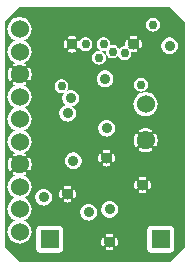
<source format=gbr>
G04 start of page 3 for group 1 idx 1 *
G04 Title: (unknown), ground *
G04 Creator: pcb 1.99z *
G04 CreationDate: Sun 23 Mar 2014 08:21:18 PM GMT UTC *
G04 For: ben *
G04 Format: Gerber/RS-274X *
G04 PCB-Dimensions (mil): 6000.00 5000.00 *
G04 PCB-Coordinate-Origin: lower left *
%MOIN*%
%FSLAX25Y25*%
%LNGROUP1*%
%ADD34C,0.0380*%
%ADD33C,0.0350*%
%ADD32C,0.0130*%
%ADD31C,0.0200*%
%ADD30C,0.0300*%
%ADD29C,0.0360*%
%ADD28C,0.0600*%
%ADD27C,0.0001*%
G54D27*G36*
X194996Y487500D02*X195000D01*
X200000Y482500D01*
Y407500D01*
X195000Y402500D01*
X194996D01*
Y405513D01*
X195235Y405514D01*
X195465Y405569D01*
X195683Y405659D01*
X195884Y405783D01*
X196064Y405936D01*
X196217Y406116D01*
X196341Y406317D01*
X196431Y406535D01*
X196486Y406765D01*
X196500Y407000D01*
X196486Y413235D01*
X196431Y413465D01*
X196341Y413683D01*
X196217Y413884D01*
X196064Y414064D01*
X195884Y414217D01*
X195683Y414341D01*
X195465Y414431D01*
X195235Y414486D01*
X195000Y414500D01*
X194996Y414500D01*
Y471692D01*
X195000Y471691D01*
X195439Y471726D01*
X195868Y471829D01*
X196275Y471997D01*
X196651Y472228D01*
X196986Y472514D01*
X197272Y472849D01*
X197503Y473225D01*
X197671Y473632D01*
X197774Y474061D01*
X197800Y474500D01*
X197774Y474939D01*
X197671Y475368D01*
X197503Y475775D01*
X197272Y476151D01*
X196986Y476486D01*
X196651Y476772D01*
X196275Y477003D01*
X195868Y477171D01*
X195439Y477274D01*
X195000Y477309D01*
X194996Y477308D01*
Y487500D01*
G37*
G36*
Y402500D02*X190284D01*
Y405503D01*
X194996Y405513D01*
Y402500D01*
G37*
G36*
X190284Y487500D02*X194996D01*
Y477308D01*
X194561Y477274D01*
X194132Y477171D01*
X193725Y477003D01*
X193349Y476772D01*
X193014Y476486D01*
X192728Y476151D01*
X192497Y475775D01*
X192329Y475368D01*
X192226Y474939D01*
X192191Y474500D01*
X192226Y474061D01*
X192329Y473632D01*
X192497Y473225D01*
X192728Y472849D01*
X193014Y472514D01*
X193349Y472228D01*
X193725Y471997D01*
X194132Y471829D01*
X194561Y471726D01*
X194996Y471692D01*
Y414500D01*
X190284Y414489D01*
Y440869D01*
X190287Y440870D01*
X190355Y440909D01*
X190416Y440958D01*
X190469Y441017D01*
X190511Y441083D01*
X190674Y441408D01*
X190803Y441748D01*
X190901Y442098D01*
X190967Y442456D01*
X191000Y442818D01*
Y443182D01*
X190967Y443544D01*
X190901Y443902D01*
X190803Y444252D01*
X190674Y444592D01*
X190515Y444919D01*
X190472Y444985D01*
X190419Y445044D01*
X190357Y445094D01*
X190288Y445133D01*
X190284Y445135D01*
Y452703D01*
X190575Y453178D01*
X190816Y453760D01*
X190963Y454372D01*
X191000Y455000D01*
X190963Y455628D01*
X190816Y456240D01*
X190575Y456822D01*
X190284Y457297D01*
Y479335D01*
X190547Y479444D01*
X190856Y479634D01*
X191131Y479869D01*
X191366Y480144D01*
X191556Y480453D01*
X191694Y480787D01*
X191779Y481139D01*
X191800Y481500D01*
X191779Y481861D01*
X191694Y482213D01*
X191556Y482547D01*
X191366Y482856D01*
X191131Y483131D01*
X190856Y483366D01*
X190547Y483556D01*
X190284Y483665D01*
Y487500D01*
G37*
G36*
X188230Y439190D02*X188252Y439197D01*
X188592Y439326D01*
X188919Y439485D01*
X188985Y439528D01*
X189044Y439581D01*
X189094Y439643D01*
X189133Y439712D01*
X189161Y439786D01*
X189177Y439863D01*
X189181Y439942D01*
X189173Y440021D01*
X189152Y440097D01*
X189120Y440170D01*
X189077Y440236D01*
X189024Y440295D01*
X188962Y440344D01*
X188893Y440384D01*
X188819Y440412D01*
X188742Y440428D01*
X188663Y440432D01*
X188584Y440424D01*
X188507Y440403D01*
X188436Y440370D01*
X188230Y440266D01*
Y445735D01*
X188437Y445633D01*
X188509Y445600D01*
X188584Y445579D01*
X188663Y445571D01*
X188741Y445575D01*
X188818Y445591D01*
X188892Y445619D01*
X188960Y445658D01*
X189021Y445707D01*
X189074Y445766D01*
X189117Y445832D01*
X189149Y445904D01*
X189170Y445980D01*
X189178Y446058D01*
X189174Y446136D01*
X189158Y446213D01*
X189130Y446287D01*
X189091Y446355D01*
X189042Y446416D01*
X188983Y446469D01*
X188917Y446511D01*
X188592Y446674D01*
X188252Y446803D01*
X188230Y446810D01*
Y451182D01*
X188240Y451184D01*
X188822Y451425D01*
X189358Y451754D01*
X189837Y452163D01*
X190246Y452642D01*
X190284Y452703D01*
Y445135D01*
X190214Y445161D01*
X190137Y445177D01*
X190058Y445181D01*
X189979Y445173D01*
X189903Y445152D01*
X189830Y445120D01*
X189764Y445077D01*
X189705Y445024D01*
X189656Y444962D01*
X189616Y444893D01*
X189588Y444819D01*
X189572Y444742D01*
X189568Y444663D01*
X189576Y444584D01*
X189597Y444507D01*
X189630Y444436D01*
X189753Y444193D01*
X189850Y443938D01*
X189923Y443676D01*
X189972Y443408D01*
X189997Y443136D01*
Y442864D01*
X189972Y442592D01*
X189923Y442324D01*
X189850Y442062D01*
X189753Y441807D01*
X189633Y441563D01*
X189600Y441491D01*
X189579Y441416D01*
X189571Y441337D01*
X189575Y441259D01*
X189591Y441182D01*
X189619Y441108D01*
X189658Y441040D01*
X189707Y440979D01*
X189766Y440926D01*
X189832Y440883D01*
X189904Y440851D01*
X189980Y440830D01*
X190058Y440822D01*
X190136Y440826D01*
X190213Y440842D01*
X190284Y440869D01*
Y414489D01*
X188765Y414486D01*
X188535Y414431D01*
X188317Y414341D01*
X188230Y414287D01*
Y426714D01*
X188298Y426728D01*
X188371Y426755D01*
X188440Y426794D01*
X188502Y426843D01*
X188555Y426901D01*
X188598Y426966D01*
X188630Y427038D01*
X188706Y427271D01*
X188760Y427511D01*
X188792Y427755D01*
X188803Y428000D01*
X188792Y428245D01*
X188760Y428489D01*
X188706Y428729D01*
X188632Y428963D01*
X188600Y429035D01*
X188556Y429100D01*
X188503Y429159D01*
X188441Y429208D01*
X188372Y429246D01*
X188298Y429274D01*
X188230Y429288D01*
Y439190D01*
G37*
G36*
X190284Y402500D02*X188230D01*
Y405713D01*
X188317Y405659D01*
X188535Y405569D01*
X188765Y405514D01*
X189000Y405500D01*
X190284Y405503D01*
Y402500D01*
G37*
G36*
X188230Y446810D02*X187902Y446901D01*
X187544Y446967D01*
X187182Y447000D01*
X186818D01*
X186456Y446967D01*
X186098Y446901D01*
X185748Y446803D01*
X185496Y446708D01*
Y451293D01*
X185760Y451184D01*
X186372Y451037D01*
X187000Y450988D01*
X187628Y451037D01*
X188230Y451182D01*
Y446810D01*
G37*
G36*
Y440266D02*X188193Y440247D01*
X187938Y440150D01*
X187676Y440077D01*
X187408Y440028D01*
X187136Y440003D01*
X186864D01*
X186592Y440028D01*
X186324Y440077D01*
X186062Y440150D01*
X185807Y440247D01*
X185563Y440367D01*
X185496Y440398D01*
Y445599D01*
X185564Y445630D01*
X185807Y445753D01*
X186062Y445850D01*
X186324Y445923D01*
X186592Y445972D01*
X186864Y445997D01*
X187136D01*
X187408Y445972D01*
X187676Y445923D01*
X187938Y445850D01*
X188193Y445753D01*
X188230Y445735D01*
Y440266D01*
G37*
G36*
Y402500D02*X185496D01*
Y425244D01*
X185511Y425240D01*
X185755Y425208D01*
X186000Y425197D01*
X186245Y425208D01*
X186489Y425240D01*
X186729Y425294D01*
X186963Y425368D01*
X187035Y425400D01*
X187100Y425444D01*
X187159Y425497D01*
X187208Y425559D01*
X187246Y425628D01*
X187274Y425702D01*
X187290Y425779D01*
X187293Y425858D01*
X187284Y425937D01*
X187263Y426013D01*
X187230Y426085D01*
X187186Y426150D01*
X187133Y426209D01*
X187071Y426258D01*
X187002Y426296D01*
X186928Y426324D01*
X186851Y426340D01*
X186772Y426343D01*
X186693Y426334D01*
X186618Y426311D01*
X186468Y426262D01*
X186314Y426228D01*
X186158Y426207D01*
X186000Y426200D01*
X185842Y426207D01*
X185686Y426228D01*
X185532Y426262D01*
X185496Y426273D01*
Y429726D01*
X185532Y429738D01*
X185686Y429772D01*
X185842Y429793D01*
X186000Y429800D01*
X186158Y429793D01*
X186314Y429772D01*
X186468Y429738D01*
X186618Y429690D01*
X186694Y429668D01*
X186772Y429659D01*
X186850Y429662D01*
X186927Y429678D01*
X187001Y429705D01*
X187070Y429744D01*
X187131Y429793D01*
X187185Y429851D01*
X187228Y429916D01*
X187261Y429988D01*
X187282Y430064D01*
X187291Y430142D01*
X187288Y430220D01*
X187272Y430298D01*
X187245Y430371D01*
X187206Y430440D01*
X187157Y430502D01*
X187099Y430555D01*
X187034Y430598D01*
X186962Y430630D01*
X186729Y430706D01*
X186489Y430760D01*
X186245Y430792D01*
X186000Y430803D01*
X185755Y430792D01*
X185511Y430760D01*
X185496Y430756D01*
Y439292D01*
X185748Y439197D01*
X186098Y439099D01*
X186456Y439033D01*
X186818Y439000D01*
X187182D01*
X187544Y439033D01*
X187902Y439099D01*
X188230Y439190D01*
Y429288D01*
X188221Y429290D01*
X188142Y429293D01*
X188063Y429284D01*
X187987Y429263D01*
X187915Y429230D01*
X187850Y429186D01*
X187791Y429133D01*
X187742Y429071D01*
X187704Y429002D01*
X187676Y428928D01*
X187660Y428851D01*
X187657Y428772D01*
X187666Y428693D01*
X187689Y428618D01*
X187738Y428468D01*
X187772Y428314D01*
X187793Y428158D01*
X187800Y428000D01*
X187793Y427842D01*
X187772Y427686D01*
X187738Y427532D01*
X187690Y427382D01*
X187668Y427306D01*
X187659Y427228D01*
X187662Y427150D01*
X187678Y427073D01*
X187705Y426999D01*
X187744Y426930D01*
X187793Y426869D01*
X187851Y426815D01*
X187916Y426772D01*
X187988Y426739D01*
X188064Y426718D01*
X188142Y426709D01*
X188220Y426712D01*
X188230Y426714D01*
Y414287D01*
X188116Y414217D01*
X187936Y414064D01*
X187783Y413884D01*
X187659Y413683D01*
X187569Y413465D01*
X187514Y413235D01*
X187500Y413000D01*
X187514Y406765D01*
X187569Y406535D01*
X187659Y406317D01*
X187783Y406116D01*
X187936Y405936D01*
X188116Y405783D01*
X188230Y405713D01*
Y402500D01*
G37*
G36*
X185496Y487500D02*X190284D01*
Y483665D01*
X190213Y483694D01*
X189861Y483779D01*
X189500Y483807D01*
X189139Y483779D01*
X188787Y483694D01*
X188453Y483556D01*
X188144Y483366D01*
X187869Y483131D01*
X187634Y482856D01*
X187444Y482547D01*
X187306Y482213D01*
X187221Y481861D01*
X187193Y481500D01*
X187221Y481139D01*
X187306Y480787D01*
X187444Y480453D01*
X187634Y480144D01*
X187869Y479869D01*
X188144Y479634D01*
X188453Y479444D01*
X188787Y479306D01*
X189139Y479221D01*
X189500Y479193D01*
X189861Y479221D01*
X190213Y479306D01*
X190284Y479335D01*
Y457297D01*
X190246Y457358D01*
X189837Y457837D01*
X189358Y458246D01*
X188822Y458575D01*
X188240Y458816D01*
X187628Y458963D01*
X187000Y459012D01*
X186372Y458963D01*
X185760Y458816D01*
X185496Y458707D01*
Y459193D01*
X185500Y459193D01*
X185861Y459221D01*
X186213Y459306D01*
X186547Y459444D01*
X186856Y459634D01*
X187131Y459869D01*
X187366Y460144D01*
X187556Y460453D01*
X187694Y460787D01*
X187779Y461139D01*
X187800Y461500D01*
X187779Y461861D01*
X187694Y462213D01*
X187556Y462547D01*
X187366Y462856D01*
X187131Y463131D01*
X186856Y463366D01*
X186547Y463556D01*
X186213Y463694D01*
X185861Y463779D01*
X185500Y463807D01*
X185496Y463807D01*
Y473839D01*
X185502Y473843D01*
X185555Y473901D01*
X185598Y473966D01*
X185630Y474038D01*
X185706Y474271D01*
X185760Y474511D01*
X185792Y474755D01*
X185803Y475000D01*
X185792Y475245D01*
X185760Y475489D01*
X185706Y475729D01*
X185632Y475963D01*
X185600Y476035D01*
X185556Y476100D01*
X185503Y476159D01*
X185496Y476164D01*
Y487500D01*
G37*
G36*
X183716Y452703D02*X183754Y452642D01*
X184163Y452163D01*
X184642Y451754D01*
X185178Y451425D01*
X185496Y451293D01*
Y446708D01*
X185408Y446674D01*
X185081Y446515D01*
X185015Y446472D01*
X184956Y446419D01*
X184906Y446357D01*
X184867Y446288D01*
X184839Y446214D01*
X184823Y446137D01*
X184819Y446058D01*
X184827Y445979D01*
X184848Y445903D01*
X184880Y445830D01*
X184923Y445764D01*
X184976Y445705D01*
X185038Y445656D01*
X185107Y445616D01*
X185181Y445588D01*
X185258Y445572D01*
X185337Y445568D01*
X185416Y445576D01*
X185493Y445597D01*
X185496Y445599D01*
Y440398D01*
X185491Y440400D01*
X185415Y440421D01*
X185337Y440429D01*
X185259Y440425D01*
X185182Y440409D01*
X185108Y440381D01*
X185040Y440342D01*
X184979Y440293D01*
X184926Y440234D01*
X184883Y440168D01*
X184851Y440096D01*
X184830Y440020D01*
X184822Y439942D01*
X184826Y439864D01*
X184842Y439787D01*
X184870Y439713D01*
X184909Y439645D01*
X184958Y439584D01*
X185017Y439531D01*
X185083Y439489D01*
X185408Y439326D01*
X185496Y439292D01*
Y430756D01*
X185271Y430706D01*
X185037Y430632D01*
X184965Y430600D01*
X184900Y430556D01*
X184841Y430503D01*
X184792Y430441D01*
X184754Y430372D01*
X184726Y430298D01*
X184710Y430221D01*
X184707Y430142D01*
X184716Y430063D01*
X184737Y429987D01*
X184770Y429915D01*
X184814Y429850D01*
X184867Y429791D01*
X184929Y429742D01*
X184998Y429704D01*
X185072Y429676D01*
X185149Y429660D01*
X185228Y429657D01*
X185307Y429666D01*
X185382Y429689D01*
X185496Y429726D01*
Y426273D01*
X185382Y426310D01*
X185306Y426332D01*
X185228Y426341D01*
X185150Y426338D01*
X185073Y426322D01*
X184999Y426295D01*
X184930Y426256D01*
X184869Y426207D01*
X184815Y426149D01*
X184772Y426084D01*
X184739Y426012D01*
X184718Y425936D01*
X184709Y425858D01*
X184712Y425780D01*
X184728Y425702D01*
X184755Y425629D01*
X184794Y425560D01*
X184843Y425498D01*
X184901Y425445D01*
X184966Y425402D01*
X185038Y425370D01*
X185271Y425294D01*
X185496Y425244D01*
Y402500D01*
X183716D01*
Y426723D01*
X183779Y426710D01*
X183858Y426707D01*
X183937Y426716D01*
X184013Y426737D01*
X184085Y426770D01*
X184150Y426814D01*
X184209Y426867D01*
X184258Y426929D01*
X184296Y426998D01*
X184324Y427072D01*
X184340Y427149D01*
X184343Y427228D01*
X184334Y427307D01*
X184311Y427382D01*
X184262Y427532D01*
X184228Y427686D01*
X184207Y427842D01*
X184200Y428000D01*
X184207Y428158D01*
X184228Y428314D01*
X184262Y428468D01*
X184310Y428618D01*
X184332Y428694D01*
X184341Y428772D01*
X184338Y428850D01*
X184322Y428927D01*
X184295Y429001D01*
X184256Y429070D01*
X184207Y429131D01*
X184149Y429185D01*
X184084Y429228D01*
X184012Y429261D01*
X183936Y429282D01*
X183858Y429291D01*
X183780Y429288D01*
X183716Y429275D01*
Y440865D01*
X183786Y440839D01*
X183863Y440823D01*
X183942Y440819D01*
X184021Y440827D01*
X184097Y440848D01*
X184170Y440880D01*
X184236Y440923D01*
X184295Y440976D01*
X184344Y441038D01*
X184384Y441107D01*
X184412Y441181D01*
X184428Y441258D01*
X184432Y441337D01*
X184424Y441416D01*
X184403Y441493D01*
X184370Y441564D01*
X184247Y441807D01*
X184150Y442062D01*
X184077Y442324D01*
X184028Y442592D01*
X184003Y442864D01*
Y443136D01*
X184028Y443408D01*
X184077Y443676D01*
X184150Y443938D01*
X184247Y444193D01*
X184367Y444437D01*
X184400Y444509D01*
X184421Y444585D01*
X184429Y444663D01*
X184425Y444741D01*
X184409Y444818D01*
X184381Y444892D01*
X184342Y444960D01*
X184293Y445021D01*
X184234Y445074D01*
X184168Y445117D01*
X184096Y445149D01*
X184020Y445170D01*
X183942Y445178D01*
X183864Y445174D01*
X183787Y445158D01*
X183716Y445131D01*
Y452703D01*
G37*
G36*
Y460047D02*X183869Y459869D01*
X184144Y459634D01*
X184453Y459444D01*
X184787Y459306D01*
X185139Y459221D01*
X185496Y459193D01*
Y458707D01*
X185178Y458575D01*
X184642Y458246D01*
X184163Y457837D01*
X183754Y457358D01*
X183716Y457297D01*
Y460047D01*
G37*
G36*
Y487500D02*X185496D01*
Y476164D01*
X185441Y476208D01*
X185372Y476246D01*
X185298Y476274D01*
X185221Y476290D01*
X185142Y476293D01*
X185063Y476284D01*
X184987Y476263D01*
X184915Y476230D01*
X184850Y476186D01*
X184791Y476133D01*
X184742Y476071D01*
X184704Y476002D01*
X184676Y475928D01*
X184660Y475851D01*
X184657Y475772D01*
X184666Y475693D01*
X184689Y475618D01*
X184738Y475468D01*
X184772Y475314D01*
X184793Y475158D01*
X184800Y475000D01*
X184793Y474842D01*
X184772Y474686D01*
X184738Y474532D01*
X184690Y474382D01*
X184668Y474306D01*
X184659Y474228D01*
X184662Y474150D01*
X184678Y474073D01*
X184705Y473999D01*
X184744Y473930D01*
X184793Y473869D01*
X184851Y473815D01*
X184916Y473772D01*
X184988Y473739D01*
X185064Y473718D01*
X185142Y473709D01*
X185220Y473712D01*
X185298Y473728D01*
X185371Y473755D01*
X185440Y473794D01*
X185496Y473839D01*
Y463807D01*
X185139Y463779D01*
X184787Y463694D01*
X184453Y463556D01*
X184144Y463366D01*
X183869Y463131D01*
X183716Y462953D01*
Y472291D01*
X183729Y472294D01*
X183963Y472368D01*
X184035Y472400D01*
X184100Y472444D01*
X184159Y472497D01*
X184208Y472559D01*
X184246Y472628D01*
X184274Y472702D01*
X184290Y472779D01*
X184293Y472858D01*
X184284Y472937D01*
X184263Y473013D01*
X184230Y473085D01*
X184186Y473150D01*
X184133Y473209D01*
X184071Y473258D01*
X184002Y473296D01*
X183928Y473324D01*
X183851Y473340D01*
X183772Y473343D01*
X183716Y473336D01*
Y476665D01*
X183772Y476659D01*
X183850Y476662D01*
X183927Y476678D01*
X184001Y476705D01*
X184070Y476744D01*
X184131Y476793D01*
X184185Y476851D01*
X184228Y476916D01*
X184261Y476988D01*
X184282Y477064D01*
X184291Y477142D01*
X184288Y477220D01*
X184272Y477298D01*
X184245Y477371D01*
X184206Y477440D01*
X184157Y477502D01*
X184099Y477555D01*
X184034Y477598D01*
X183962Y477630D01*
X183729Y477706D01*
X183716Y477709D01*
Y487500D01*
G37*
G36*
Y462953D02*X183634Y462856D01*
X183444Y462547D01*
X183306Y462213D01*
X183221Y461861D01*
X183193Y461500D01*
X183221Y461139D01*
X183306Y460787D01*
X183444Y460453D01*
X183634Y460144D01*
X183716Y460047D01*
Y457297D01*
X183425Y456822D01*
X183184Y456240D01*
X183037Y455628D01*
X182988Y455000D01*
X183037Y454372D01*
X183184Y453760D01*
X183425Y453178D01*
X183716Y452703D01*
Y445131D01*
X183713Y445130D01*
X183645Y445091D01*
X183584Y445042D01*
X183531Y444983D01*
X183489Y444917D01*
X183326Y444592D01*
X183197Y444252D01*
X183099Y443902D01*
X183033Y443544D01*
X183000Y443182D01*
Y442818D01*
X183033Y442456D01*
X183099Y442098D01*
X183197Y441748D01*
X183326Y441408D01*
X183485Y441081D01*
X183528Y441015D01*
X183581Y440956D01*
X183643Y440906D01*
X183712Y440867D01*
X183716Y440865D01*
Y429275D01*
X183702Y429272D01*
X183629Y429245D01*
X183560Y429206D01*
X183498Y429157D01*
X183445Y429099D01*
X183402Y429034D01*
X183370Y428962D01*
X183294Y428729D01*
X183240Y428489D01*
X183208Y428245D01*
X183197Y428000D01*
X183208Y427755D01*
X183240Y427511D01*
X183294Y427271D01*
X183368Y427037D01*
X183400Y426965D01*
X183444Y426900D01*
X183497Y426841D01*
X183559Y426792D01*
X183628Y426754D01*
X183702Y426726D01*
X183716Y426723D01*
Y402500D01*
X177230D01*
Y407714D01*
X177298Y407728D01*
X177371Y407755D01*
X177440Y407794D01*
X177502Y407843D01*
X177555Y407901D01*
X177598Y407966D01*
X177630Y408038D01*
X177706Y408271D01*
X177760Y408511D01*
X177792Y408755D01*
X177803Y409000D01*
X177792Y409245D01*
X177760Y409489D01*
X177706Y409729D01*
X177632Y409963D01*
X177600Y410035D01*
X177556Y410100D01*
X177503Y410159D01*
X177441Y410208D01*
X177372Y410246D01*
X177298Y410274D01*
X177230Y410288D01*
Y418252D01*
X177272Y418302D01*
X177503Y418678D01*
X177671Y419085D01*
X177774Y419513D01*
X177800Y419953D01*
X177774Y420392D01*
X177671Y420821D01*
X177503Y421228D01*
X177272Y421604D01*
X177230Y421653D01*
Y470556D01*
X177356Y470634D01*
X177631Y470869D01*
X177866Y471143D01*
X177944Y470953D01*
X178134Y470644D01*
X178369Y470369D01*
X178644Y470134D01*
X178953Y469944D01*
X179287Y469806D01*
X179639Y469721D01*
X180000Y469693D01*
X180361Y469721D01*
X180713Y469806D01*
X181047Y469944D01*
X181356Y470134D01*
X181631Y470369D01*
X181866Y470644D01*
X182056Y470953D01*
X182194Y471287D01*
X182279Y471639D01*
X182300Y472000D01*
X182283Y472291D01*
X182511Y472240D01*
X182755Y472208D01*
X183000Y472197D01*
X183245Y472208D01*
X183489Y472240D01*
X183716Y472291D01*
Y462953D01*
G37*
G36*
X177230Y421653D02*X176986Y421939D01*
X176651Y422225D01*
X176275Y422455D01*
X176230Y422474D01*
Y435714D01*
X176298Y435728D01*
X176371Y435755D01*
X176440Y435794D01*
X176502Y435843D01*
X176555Y435901D01*
X176598Y435966D01*
X176630Y436038D01*
X176706Y436271D01*
X176760Y436511D01*
X176792Y436755D01*
X176803Y437000D01*
X176792Y437245D01*
X176760Y437489D01*
X176706Y437729D01*
X176632Y437963D01*
X176600Y438035D01*
X176556Y438100D01*
X176503Y438159D01*
X176441Y438208D01*
X176372Y438246D01*
X176298Y438274D01*
X176230Y438288D01*
Y445300D01*
X176272Y445349D01*
X176503Y445725D01*
X176671Y446132D01*
X176774Y446561D01*
X176800Y447000D01*
X176774Y447439D01*
X176671Y447868D01*
X176503Y448275D01*
X176272Y448651D01*
X176230Y448700D01*
Y462877D01*
X176274Y463061D01*
X176300Y463500D01*
X176274Y463939D01*
X176230Y464123D01*
Y470211D01*
X176361Y470221D01*
X176713Y470306D01*
X177047Y470444D01*
X177230Y470556D01*
Y421653D01*
G37*
G36*
Y402500D02*X176230D01*
Y406599D01*
X176246Y406628D01*
X176274Y406702D01*
X176290Y406779D01*
X176293Y406858D01*
X176284Y406937D01*
X176263Y407013D01*
X176230Y407084D01*
Y410920D01*
X176261Y410988D01*
X176282Y411064D01*
X176291Y411142D01*
X176288Y411220D01*
X176272Y411298D01*
X176245Y411371D01*
X176230Y411398D01*
Y417432D01*
X176275Y417450D01*
X176651Y417681D01*
X176986Y417967D01*
X177230Y418252D01*
Y410288D01*
X177221Y410290D01*
X177142Y410293D01*
X177063Y410284D01*
X176987Y410263D01*
X176915Y410230D01*
X176850Y410186D01*
X176791Y410133D01*
X176742Y410071D01*
X176704Y410002D01*
X176676Y409928D01*
X176660Y409851D01*
X176657Y409772D01*
X176666Y409693D01*
X176689Y409618D01*
X176738Y409468D01*
X176772Y409314D01*
X176793Y409158D01*
X176800Y409000D01*
X176793Y408842D01*
X176772Y408686D01*
X176738Y408532D01*
X176690Y408382D01*
X176668Y408306D01*
X176659Y408228D01*
X176662Y408150D01*
X176678Y408073D01*
X176705Y407999D01*
X176744Y407930D01*
X176793Y407869D01*
X176851Y407815D01*
X176916Y407772D01*
X176988Y407739D01*
X177064Y407718D01*
X177142Y407709D01*
X177220Y407712D01*
X177230Y407714D01*
Y402500D01*
G37*
G36*
X176230Y487500D02*X183716D01*
Y477709D01*
X183489Y477760D01*
X183245Y477792D01*
X183000Y477803D01*
X182755Y477792D01*
X182511Y477760D01*
X182271Y477706D01*
X182037Y477632D01*
X181965Y477600D01*
X181900Y477556D01*
X181841Y477503D01*
X181792Y477441D01*
X181754Y477372D01*
X181726Y477298D01*
X181710Y477221D01*
X181707Y477142D01*
X181716Y477063D01*
X181737Y476987D01*
X181770Y476915D01*
X181814Y476850D01*
X181867Y476791D01*
X181929Y476742D01*
X181998Y476704D01*
X182072Y476676D01*
X182149Y476660D01*
X182228Y476657D01*
X182307Y476666D01*
X182382Y476689D01*
X182532Y476738D01*
X182686Y476772D01*
X182842Y476793D01*
X183000Y476800D01*
X183158Y476793D01*
X183314Y476772D01*
X183468Y476738D01*
X183618Y476690D01*
X183694Y476668D01*
X183716Y476665D01*
Y473336D01*
X183693Y473334D01*
X183618Y473311D01*
X183468Y473262D01*
X183314Y473228D01*
X183158Y473207D01*
X183000Y473200D01*
X182842Y473207D01*
X182686Y473228D01*
X182532Y473262D01*
X182382Y473310D01*
X182306Y473332D01*
X182228Y473341D01*
X182150Y473338D01*
X182073Y473322D01*
X181999Y473295D01*
X181930Y473256D01*
X181929Y473255D01*
X181866Y473356D01*
X181631Y473631D01*
X181356Y473866D01*
X181256Y473928D01*
X181258Y473929D01*
X181296Y473998D01*
X181324Y474072D01*
X181340Y474149D01*
X181343Y474228D01*
X181334Y474307D01*
X181311Y474382D01*
X181262Y474532D01*
X181228Y474686D01*
X181207Y474842D01*
X181200Y475000D01*
X181207Y475158D01*
X181228Y475314D01*
X181262Y475468D01*
X181310Y475618D01*
X181332Y475694D01*
X181341Y475772D01*
X181338Y475850D01*
X181322Y475927D01*
X181295Y476001D01*
X181256Y476070D01*
X181207Y476131D01*
X181149Y476185D01*
X181084Y476228D01*
X181012Y476261D01*
X180936Y476282D01*
X180858Y476291D01*
X180780Y476288D01*
X180702Y476272D01*
X180629Y476245D01*
X180560Y476206D01*
X180498Y476157D01*
X180445Y476099D01*
X180402Y476034D01*
X180370Y475962D01*
X180294Y475729D01*
X180240Y475489D01*
X180208Y475245D01*
X180197Y475000D01*
X180208Y474755D01*
X180240Y474511D01*
X180291Y474284D01*
X180000Y474307D01*
X179639Y474279D01*
X179287Y474194D01*
X178953Y474056D01*
X178644Y473866D01*
X178369Y473631D01*
X178134Y473357D01*
X178056Y473547D01*
X177866Y473856D01*
X177631Y474131D01*
X177356Y474366D01*
X177047Y474556D01*
X176713Y474694D01*
X176361Y474779D01*
X176230Y474789D01*
Y487500D01*
G37*
G36*
Y464123D02*X176171Y464368D01*
X176003Y464775D01*
X175772Y465151D01*
X175486Y465486D01*
X175151Y465772D01*
X174775Y466003D01*
X174368Y466171D01*
X174001Y466259D01*
Y471360D01*
X174134Y471144D01*
X174369Y470869D01*
X174644Y470634D01*
X174953Y470444D01*
X175287Y470306D01*
X175639Y470221D01*
X176000Y470193D01*
X176230Y470211D01*
Y464123D01*
G37*
G36*
Y448700D02*X175986Y448986D01*
X175651Y449272D01*
X175275Y449503D01*
X174868Y449671D01*
X174439Y449774D01*
X174001Y449809D01*
Y460741D01*
X174368Y460829D01*
X174775Y460997D01*
X175151Y461228D01*
X175486Y461514D01*
X175772Y461849D01*
X176003Y462225D01*
X176171Y462632D01*
X176230Y462877D01*
Y448700D01*
G37*
G36*
Y422474D02*X175868Y422624D01*
X175439Y422727D01*
X175000Y422761D01*
X174561Y422727D01*
X174132Y422624D01*
X174001Y422570D01*
Y434197D01*
X174245Y434208D01*
X174489Y434240D01*
X174729Y434294D01*
X174963Y434368D01*
X175035Y434400D01*
X175100Y434444D01*
X175159Y434497D01*
X175208Y434559D01*
X175246Y434628D01*
X175274Y434702D01*
X175290Y434779D01*
X175293Y434858D01*
X175284Y434937D01*
X175263Y435013D01*
X175230Y435085D01*
X175186Y435150D01*
X175133Y435209D01*
X175071Y435258D01*
X175002Y435296D01*
X174928Y435324D01*
X174851Y435340D01*
X174772Y435343D01*
X174693Y435334D01*
X174618Y435311D01*
X174468Y435262D01*
X174314Y435228D01*
X174158Y435207D01*
X174001Y435200D01*
Y438800D01*
X174158Y438793D01*
X174314Y438772D01*
X174468Y438738D01*
X174618Y438690D01*
X174694Y438668D01*
X174772Y438659D01*
X174850Y438662D01*
X174927Y438678D01*
X175001Y438705D01*
X175070Y438744D01*
X175131Y438793D01*
X175185Y438851D01*
X175228Y438916D01*
X175261Y438988D01*
X175282Y439064D01*
X175291Y439142D01*
X175288Y439220D01*
X175272Y439298D01*
X175245Y439371D01*
X175206Y439440D01*
X175157Y439502D01*
X175099Y439555D01*
X175034Y439598D01*
X174962Y439630D01*
X174729Y439706D01*
X174489Y439760D01*
X174245Y439792D01*
X174001Y439803D01*
Y444191D01*
X174439Y444226D01*
X174868Y444329D01*
X175275Y444497D01*
X175651Y444728D01*
X175986Y445014D01*
X176230Y445300D01*
Y438288D01*
X176221Y438290D01*
X176142Y438293D01*
X176063Y438284D01*
X175987Y438263D01*
X175915Y438230D01*
X175850Y438186D01*
X175791Y438133D01*
X175742Y438071D01*
X175704Y438002D01*
X175676Y437928D01*
X175660Y437851D01*
X175657Y437772D01*
X175666Y437693D01*
X175689Y437618D01*
X175738Y437468D01*
X175772Y437314D01*
X175793Y437158D01*
X175800Y437000D01*
X175793Y436842D01*
X175772Y436686D01*
X175738Y436532D01*
X175690Y436382D01*
X175668Y436306D01*
X175659Y436228D01*
X175662Y436150D01*
X175678Y436073D01*
X175705Y435999D01*
X175744Y435930D01*
X175793Y435869D01*
X175851Y435815D01*
X175916Y435772D01*
X175988Y435739D01*
X176064Y435718D01*
X176142Y435709D01*
X176220Y435712D01*
X176230Y435714D01*
Y422474D01*
G37*
G36*
Y411398D02*X176206Y411440D01*
X176157Y411502D01*
X176099Y411555D01*
X176034Y411598D01*
X175962Y411630D01*
X175729Y411706D01*
X175489Y411760D01*
X175245Y411792D01*
X175000Y411803D01*
X174755Y411792D01*
X174511Y411760D01*
X174271Y411706D01*
X174037Y411632D01*
X174001Y411616D01*
Y417336D01*
X174132Y417282D01*
X174561Y417179D01*
X175000Y417144D01*
X175439Y417179D01*
X175868Y417282D01*
X176230Y417432D01*
Y411398D01*
G37*
G36*
Y407084D02*X176230Y407085D01*
X176186Y407150D01*
X176133Y407209D01*
X176071Y407258D01*
X176002Y407296D01*
X175928Y407324D01*
X175851Y407340D01*
X175772Y407343D01*
X175693Y407334D01*
X175618Y407311D01*
X175468Y407262D01*
X175314Y407228D01*
X175158Y407207D01*
X175000Y407200D01*
X174842Y407207D01*
X174686Y407228D01*
X174532Y407262D01*
X174382Y407310D01*
X174306Y407332D01*
X174228Y407341D01*
X174150Y407338D01*
X174073Y407322D01*
X174001Y407296D01*
Y410703D01*
X174072Y410676D01*
X174149Y410660D01*
X174228Y410657D01*
X174307Y410666D01*
X174382Y410689D01*
X174532Y410738D01*
X174686Y410772D01*
X174842Y410793D01*
X175000Y410800D01*
X175158Y410793D01*
X175314Y410772D01*
X175468Y410738D01*
X175618Y410690D01*
X175694Y410668D01*
X175772Y410659D01*
X175850Y410662D01*
X175927Y410678D01*
X176001Y410705D01*
X176070Y410744D01*
X176131Y410793D01*
X176185Y410851D01*
X176228Y410916D01*
X176230Y410920D01*
Y407084D01*
G37*
G36*
Y402500D02*X174001D01*
Y406387D01*
X174038Y406370D01*
X174271Y406294D01*
X174511Y406240D01*
X174755Y406208D01*
X175000Y406197D01*
X175245Y406208D01*
X175489Y406240D01*
X175729Y406294D01*
X175963Y406368D01*
X176035Y406400D01*
X176100Y406444D01*
X176159Y406497D01*
X176208Y406559D01*
X176230Y406599D01*
Y402500D01*
G37*
G36*
X174001Y487500D02*X176230D01*
Y474789D01*
X176000Y474807D01*
X175639Y474779D01*
X175287Y474694D01*
X175282Y474692D01*
X175300Y475000D01*
X175279Y475361D01*
X175194Y475713D01*
X175056Y476047D01*
X174866Y476356D01*
X174631Y476631D01*
X174356Y476866D01*
X174047Y477056D01*
X174001Y477075D01*
Y487500D01*
G37*
G36*
X172770Y418252D02*X173014Y417967D01*
X173349Y417681D01*
X173725Y417450D01*
X174001Y417336D01*
Y411616D01*
X173965Y411600D01*
X173900Y411556D01*
X173841Y411503D01*
X173792Y411441D01*
X173754Y411372D01*
X173726Y411298D01*
X173710Y411221D01*
X173707Y411142D01*
X173716Y411063D01*
X173737Y410987D01*
X173770Y410915D01*
X173814Y410850D01*
X173867Y410791D01*
X173929Y410742D01*
X173998Y410704D01*
X174001Y410703D01*
Y407296D01*
X173999Y407295D01*
X173930Y407256D01*
X173869Y407207D01*
X173815Y407149D01*
X173772Y407084D01*
X173739Y407012D01*
X173718Y406936D01*
X173709Y406858D01*
X173712Y406780D01*
X173728Y406702D01*
X173755Y406629D01*
X173794Y406560D01*
X173843Y406498D01*
X173901Y406445D01*
X173966Y406402D01*
X174001Y406387D01*
Y402500D01*
X172770D01*
Y407712D01*
X172779Y407710D01*
X172858Y407707D01*
X172937Y407716D01*
X173013Y407737D01*
X173085Y407770D01*
X173150Y407814D01*
X173209Y407867D01*
X173258Y407929D01*
X173296Y407998D01*
X173324Y408072D01*
X173340Y408149D01*
X173343Y408228D01*
X173334Y408307D01*
X173311Y408382D01*
X173262Y408532D01*
X173228Y408686D01*
X173207Y408842D01*
X173200Y409000D01*
X173207Y409158D01*
X173228Y409314D01*
X173262Y409468D01*
X173310Y409618D01*
X173332Y409694D01*
X173341Y409772D01*
X173338Y409850D01*
X173322Y409927D01*
X173295Y410001D01*
X173256Y410070D01*
X173207Y410131D01*
X173149Y410185D01*
X173084Y410228D01*
X173012Y410261D01*
X172936Y410282D01*
X172858Y410291D01*
X172780Y410288D01*
X172770Y410286D01*
Y418252D01*
G37*
G36*
Y434602D02*X172794Y434560D01*
X172843Y434498D01*
X172901Y434445D01*
X172966Y434402D01*
X173038Y434370D01*
X173271Y434294D01*
X173511Y434240D01*
X173755Y434208D01*
X174000Y434197D01*
X174001Y434197D01*
Y422570D01*
X173725Y422455D01*
X173349Y422225D01*
X173014Y421939D01*
X172770Y421653D01*
Y434602D01*
G37*
G36*
Y438916D02*X172770Y438915D01*
X172814Y438850D01*
X172867Y438791D01*
X172929Y438742D01*
X172998Y438704D01*
X173072Y438676D01*
X173149Y438660D01*
X173228Y438657D01*
X173307Y438666D01*
X173382Y438689D01*
X173532Y438738D01*
X173686Y438772D01*
X173842Y438793D01*
X174000Y438800D01*
X174001Y438800D01*
Y435200D01*
X174000Y435200D01*
X173842Y435207D01*
X173686Y435228D01*
X173532Y435262D01*
X173382Y435310D01*
X173306Y435332D01*
X173228Y435341D01*
X173150Y435338D01*
X173073Y435322D01*
X172999Y435295D01*
X172930Y435256D01*
X172869Y435207D01*
X172815Y435149D01*
X172772Y435084D01*
X172770Y435080D01*
Y438916D01*
G37*
G36*
Y444479D02*X173132Y444329D01*
X173561Y444226D01*
X174000Y444191D01*
X174001Y444191D01*
Y439803D01*
X174000Y439803D01*
X173755Y439792D01*
X173511Y439760D01*
X173271Y439706D01*
X173037Y439632D01*
X172965Y439600D01*
X172900Y439556D01*
X172841Y439503D01*
X172792Y439441D01*
X172770Y439401D01*
Y444479D01*
G37*
G36*
X171770Y445300D02*X172014Y445014D01*
X172349Y444728D01*
X172725Y444497D01*
X172770Y444479D01*
Y439401D01*
X172754Y439372D01*
X172726Y439298D01*
X172710Y439221D01*
X172707Y439142D01*
X172716Y439063D01*
X172737Y438987D01*
X172770Y438916D01*
Y435080D01*
X172739Y435012D01*
X172718Y434936D01*
X172709Y434858D01*
X172712Y434780D01*
X172728Y434702D01*
X172755Y434629D01*
X172770Y434602D01*
Y421653D01*
X172728Y421604D01*
X172497Y421228D01*
X172329Y420821D01*
X172226Y420392D01*
X172191Y419953D01*
X172226Y419513D01*
X172329Y419085D01*
X172497Y418678D01*
X172728Y418302D01*
X172770Y418252D01*
Y410286D01*
X172702Y410272D01*
X172629Y410245D01*
X172560Y410206D01*
X172498Y410157D01*
X172445Y410099D01*
X172402Y410034D01*
X172370Y409962D01*
X172294Y409729D01*
X172240Y409489D01*
X172208Y409245D01*
X172197Y409000D01*
X172208Y408755D01*
X172240Y408511D01*
X172294Y408271D01*
X172368Y408037D01*
X172400Y407965D01*
X172444Y407900D01*
X172497Y407841D01*
X172559Y407792D01*
X172628Y407754D01*
X172702Y407726D01*
X172770Y407712D01*
Y402500D01*
X171770D01*
Y435712D01*
X171779Y435710D01*
X171858Y435707D01*
X171937Y435716D01*
X172013Y435737D01*
X172085Y435770D01*
X172150Y435814D01*
X172209Y435867D01*
X172258Y435929D01*
X172296Y435998D01*
X172324Y436072D01*
X172340Y436149D01*
X172343Y436228D01*
X172334Y436307D01*
X172311Y436382D01*
X172262Y436532D01*
X172228Y436686D01*
X172207Y436842D01*
X172200Y437000D01*
X172207Y437158D01*
X172228Y437314D01*
X172262Y437468D01*
X172310Y437618D01*
X172332Y437694D01*
X172341Y437772D01*
X172338Y437850D01*
X172322Y437927D01*
X172295Y438001D01*
X172256Y438070D01*
X172207Y438131D01*
X172149Y438185D01*
X172084Y438228D01*
X172012Y438261D01*
X171936Y438282D01*
X171858Y438291D01*
X171780Y438288D01*
X171770Y438286D01*
Y445300D01*
G37*
G36*
Y461295D02*X171849Y461228D01*
X172225Y460997D01*
X172632Y460829D01*
X173061Y460726D01*
X173500Y460691D01*
X173939Y460726D01*
X174001Y460741D01*
Y449809D01*
X174000Y449809D01*
X173561Y449774D01*
X173132Y449671D01*
X172725Y449503D01*
X172349Y449272D01*
X172014Y448986D01*
X171770Y448700D01*
Y461295D01*
G37*
G36*
Y473056D02*X171953Y472944D01*
X172287Y472806D01*
X172639Y472721D01*
X173000Y472693D01*
X173361Y472721D01*
X173713Y472806D01*
X173717Y472808D01*
X173693Y472500D01*
X173721Y472139D01*
X173806Y471787D01*
X173944Y471453D01*
X174001Y471360D01*
Y466259D01*
X173939Y466274D01*
X173500Y466309D01*
X173061Y466274D01*
X172632Y466171D01*
X172225Y466003D01*
X171849Y465772D01*
X171770Y465705D01*
Y468214D01*
X171861Y468221D01*
X172213Y468306D01*
X172547Y468444D01*
X172856Y468634D01*
X173131Y468869D01*
X173366Y469144D01*
X173556Y469453D01*
X173694Y469787D01*
X173779Y470139D01*
X173800Y470500D01*
X173779Y470861D01*
X173694Y471213D01*
X173556Y471547D01*
X173366Y471856D01*
X173131Y472131D01*
X172856Y472366D01*
X172547Y472556D01*
X172213Y472694D01*
X171861Y472779D01*
X171770Y472786D01*
Y473056D01*
G37*
G36*
Y487500D02*X174001D01*
Y477075D01*
X173713Y477194D01*
X173361Y477279D01*
X173000Y477307D01*
X172639Y477279D01*
X172287Y477194D01*
X171953Y477056D01*
X171770Y476944D01*
Y487500D01*
G37*
G36*
X167996D02*X171770D01*
Y476944D01*
X171644Y476866D01*
X171369Y476631D01*
X171134Y476356D01*
X170944Y476047D01*
X170806Y475713D01*
X170721Y475361D01*
X170693Y475000D01*
X170721Y474639D01*
X170806Y474287D01*
X170944Y473953D01*
X171134Y473644D01*
X171369Y473369D01*
X171644Y473134D01*
X171770Y473056D01*
Y472786D01*
X171500Y472807D01*
X171139Y472779D01*
X170787Y472694D01*
X170453Y472556D01*
X170144Y472366D01*
X169869Y472131D01*
X169634Y471856D01*
X169444Y471547D01*
X169306Y471213D01*
X169221Y470861D01*
X169193Y470500D01*
X169221Y470139D01*
X169306Y469787D01*
X169444Y469453D01*
X169634Y469144D01*
X169869Y468869D01*
X170144Y468634D01*
X170453Y468444D01*
X170787Y468306D01*
X171139Y468221D01*
X171500Y468193D01*
X171770Y468214D01*
Y465705D01*
X171514Y465486D01*
X171228Y465151D01*
X170997Y464775D01*
X170829Y464368D01*
X170726Y463939D01*
X170691Y463500D01*
X170726Y463061D01*
X170829Y462632D01*
X170997Y462225D01*
X171228Y461849D01*
X171514Y461514D01*
X171770Y461295D01*
Y448700D01*
X171728Y448651D01*
X171497Y448275D01*
X171329Y447868D01*
X171226Y447439D01*
X171191Y447000D01*
X171226Y446561D01*
X171329Y446132D01*
X171497Y445725D01*
X171728Y445349D01*
X171770Y445300D01*
Y438286D01*
X171702Y438272D01*
X171629Y438245D01*
X171560Y438206D01*
X171498Y438157D01*
X171445Y438099D01*
X171402Y438034D01*
X171370Y437962D01*
X171294Y437729D01*
X171240Y437489D01*
X171208Y437245D01*
X171197Y437000D01*
X171208Y436755D01*
X171240Y436511D01*
X171294Y436271D01*
X171368Y436037D01*
X171400Y435965D01*
X171444Y435900D01*
X171497Y435841D01*
X171559Y435792D01*
X171628Y435754D01*
X171702Y435726D01*
X171770Y435712D01*
Y402500D01*
X167996D01*
Y416192D01*
X168000Y416191D01*
X168439Y416226D01*
X168868Y416329D01*
X169275Y416497D01*
X169651Y416728D01*
X169986Y417014D01*
X170272Y417349D01*
X170503Y417725D01*
X170671Y418132D01*
X170774Y418561D01*
X170800Y419000D01*
X170774Y419439D01*
X170671Y419868D01*
X170503Y420275D01*
X170272Y420651D01*
X169986Y420986D01*
X169651Y421272D01*
X169275Y421503D01*
X168868Y421671D01*
X168439Y421774D01*
X168000Y421809D01*
X167996Y421808D01*
Y472923D01*
X168047Y472944D01*
X168356Y473134D01*
X168631Y473369D01*
X168866Y473644D01*
X169056Y473953D01*
X169194Y474287D01*
X169279Y474639D01*
X169300Y475000D01*
X169279Y475361D01*
X169194Y475713D01*
X169056Y476047D01*
X168866Y476356D01*
X168631Y476631D01*
X168356Y476866D01*
X168047Y477056D01*
X167996Y477077D01*
Y487500D01*
G37*
G36*
X163230D02*X167996D01*
Y477077D01*
X167713Y477194D01*
X167361Y477279D01*
X167000Y477307D01*
X166639Y477279D01*
X166287Y477194D01*
X165953Y477056D01*
X165644Y476866D01*
X165369Y476631D01*
X165134Y476356D01*
X165009Y476152D01*
X165003Y476159D01*
X164941Y476208D01*
X164872Y476246D01*
X164798Y476274D01*
X164721Y476290D01*
X164642Y476293D01*
X164563Y476284D01*
X164487Y476263D01*
X164415Y476230D01*
X164350Y476186D01*
X164291Y476133D01*
X164242Y476071D01*
X164204Y476002D01*
X164176Y475928D01*
X164160Y475851D01*
X164157Y475772D01*
X164166Y475693D01*
X164189Y475618D01*
X164238Y475468D01*
X164272Y475314D01*
X164293Y475158D01*
X164300Y475000D01*
X164293Y474842D01*
X164272Y474686D01*
X164238Y474532D01*
X164190Y474382D01*
X164168Y474306D01*
X164159Y474228D01*
X164162Y474150D01*
X164178Y474073D01*
X164205Y473999D01*
X164244Y473930D01*
X164293Y473869D01*
X164351Y473815D01*
X164416Y473772D01*
X164488Y473739D01*
X164564Y473718D01*
X164642Y473709D01*
X164720Y473712D01*
X164798Y473728D01*
X164871Y473755D01*
X164940Y473794D01*
X165002Y473843D01*
X165008Y473849D01*
X165134Y473644D01*
X165369Y473369D01*
X165644Y473134D01*
X165953Y472944D01*
X166287Y472806D01*
X166639Y472721D01*
X167000Y472693D01*
X167361Y472721D01*
X167713Y472806D01*
X167996Y472923D01*
Y421808D01*
X167561Y421774D01*
X167132Y421671D01*
X166725Y421503D01*
X166349Y421272D01*
X166014Y420986D01*
X165728Y420651D01*
X165497Y420275D01*
X165329Y419868D01*
X165226Y419439D01*
X165191Y419000D01*
X165226Y418561D01*
X165329Y418132D01*
X165497Y417725D01*
X165728Y417349D01*
X166014Y417014D01*
X166349Y416728D01*
X166725Y416497D01*
X167132Y416329D01*
X167561Y416226D01*
X167996Y416192D01*
Y402500D01*
X163230D01*
Y423714D01*
X163298Y423728D01*
X163371Y423755D01*
X163440Y423794D01*
X163502Y423843D01*
X163555Y423901D01*
X163598Y423966D01*
X163630Y424038D01*
X163706Y424271D01*
X163760Y424511D01*
X163792Y424755D01*
X163803Y425000D01*
X163792Y425245D01*
X163760Y425489D01*
X163706Y425729D01*
X163632Y425963D01*
X163600Y426035D01*
X163556Y426100D01*
X163503Y426159D01*
X163441Y426208D01*
X163372Y426246D01*
X163298Y426274D01*
X163230Y426288D01*
Y433359D01*
X163376Y433370D01*
X163805Y433473D01*
X164212Y433642D01*
X164588Y433872D01*
X164923Y434158D01*
X165209Y434494D01*
X165440Y434869D01*
X165608Y435277D01*
X165711Y435705D01*
X165737Y436144D01*
X165711Y436584D01*
X165608Y437012D01*
X165440Y437420D01*
X165209Y437795D01*
X164923Y438130D01*
X164588Y438417D01*
X164212Y438647D01*
X163805Y438816D01*
X163376Y438919D01*
X163230Y438930D01*
Y450300D01*
X163272Y450349D01*
X163503Y450725D01*
X163671Y451132D01*
X163774Y451561D01*
X163800Y452000D01*
X163774Y452439D01*
X163671Y452868D01*
X163503Y453275D01*
X163272Y453651D01*
X163230Y453700D01*
Y454479D01*
X163275Y454497D01*
X163651Y454728D01*
X163986Y455014D01*
X164272Y455349D01*
X164503Y455725D01*
X164671Y456132D01*
X164774Y456561D01*
X164800Y457000D01*
X164774Y457439D01*
X164671Y457868D01*
X164503Y458275D01*
X164272Y458651D01*
X163986Y458986D01*
X163651Y459272D01*
X163275Y459503D01*
X163230Y459521D01*
Y472294D01*
X163463Y472368D01*
X163535Y472400D01*
X163600Y472444D01*
X163659Y472497D01*
X163708Y472559D01*
X163746Y472628D01*
X163774Y472702D01*
X163790Y472779D01*
X163793Y472858D01*
X163784Y472937D01*
X163763Y473013D01*
X163730Y473085D01*
X163686Y473150D01*
X163633Y473209D01*
X163571Y473258D01*
X163502Y473296D01*
X163428Y473324D01*
X163351Y473340D01*
X163272Y473343D01*
X163230Y473338D01*
Y476664D01*
X163272Y476659D01*
X163350Y476662D01*
X163427Y476678D01*
X163501Y476705D01*
X163570Y476744D01*
X163631Y476793D01*
X163685Y476851D01*
X163728Y476916D01*
X163761Y476988D01*
X163782Y477064D01*
X163791Y477142D01*
X163788Y477220D01*
X163772Y477298D01*
X163745Y477371D01*
X163706Y477440D01*
X163657Y477502D01*
X163599Y477555D01*
X163534Y477598D01*
X163462Y477630D01*
X163230Y477706D01*
Y487500D01*
G37*
G36*
Y453700D02*X162986Y453986D01*
X162651Y454272D01*
X162646Y454275D01*
X162868Y454329D01*
X163230Y454479D01*
Y453700D01*
G37*
G36*
Y438930D02*X162937Y438953D01*
X162498Y438919D01*
X162069Y438816D01*
X161662Y438647D01*
X161286Y438417D01*
X161001Y438173D01*
Y449191D01*
X161439Y449226D01*
X161868Y449329D01*
X162275Y449497D01*
X162651Y449728D01*
X162986Y450014D01*
X163230Y450300D01*
Y438930D01*
G37*
G36*
Y402500D02*X161001D01*
Y422197D01*
X161245Y422208D01*
X161489Y422240D01*
X161729Y422294D01*
X161963Y422368D01*
X162035Y422400D01*
X162100Y422444D01*
X162159Y422497D01*
X162208Y422559D01*
X162246Y422628D01*
X162274Y422702D01*
X162290Y422779D01*
X162293Y422858D01*
X162284Y422937D01*
X162263Y423013D01*
X162230Y423085D01*
X162186Y423150D01*
X162133Y423209D01*
X162071Y423258D01*
X162002Y423296D01*
X161928Y423324D01*
X161851Y423340D01*
X161772Y423343D01*
X161693Y423334D01*
X161618Y423311D01*
X161468Y423262D01*
X161314Y423228D01*
X161158Y423207D01*
X161001Y423200D01*
Y426800D01*
X161158Y426793D01*
X161314Y426772D01*
X161468Y426738D01*
X161618Y426690D01*
X161694Y426668D01*
X161772Y426659D01*
X161850Y426662D01*
X161927Y426678D01*
X162001Y426705D01*
X162070Y426744D01*
X162131Y426793D01*
X162185Y426851D01*
X162228Y426916D01*
X162261Y426988D01*
X162282Y427064D01*
X162291Y427142D01*
X162288Y427220D01*
X162272Y427298D01*
X162245Y427371D01*
X162206Y427440D01*
X162157Y427502D01*
X162099Y427555D01*
X162034Y427598D01*
X161962Y427630D01*
X161729Y427706D01*
X161489Y427760D01*
X161245Y427792D01*
X161001Y427803D01*
Y434116D01*
X161286Y433872D01*
X161662Y433642D01*
X162069Y433473D01*
X162498Y433370D01*
X162937Y433336D01*
X163230Y433359D01*
Y426288D01*
X163221Y426290D01*
X163142Y426293D01*
X163063Y426284D01*
X162987Y426263D01*
X162915Y426230D01*
X162850Y426186D01*
X162791Y426133D01*
X162742Y426071D01*
X162704Y426002D01*
X162676Y425928D01*
X162660Y425851D01*
X162657Y425772D01*
X162666Y425693D01*
X162689Y425618D01*
X162738Y425468D01*
X162772Y425314D01*
X162793Y425158D01*
X162800Y425000D01*
X162793Y424842D01*
X162772Y424686D01*
X162738Y424532D01*
X162690Y424382D01*
X162668Y424306D01*
X162659Y424228D01*
X162662Y424150D01*
X162678Y424073D01*
X162705Y423999D01*
X162744Y423930D01*
X162793Y423869D01*
X162851Y423815D01*
X162916Y423772D01*
X162988Y423739D01*
X163064Y423718D01*
X163142Y423709D01*
X163220Y423712D01*
X163230Y423714D01*
Y402500D01*
G37*
G36*
X161001Y487500D02*X163230D01*
Y477706D01*
X163229Y477706D01*
X162989Y477760D01*
X162745Y477792D01*
X162500Y477803D01*
X162255Y477792D01*
X162011Y477760D01*
X161771Y477706D01*
X161537Y477632D01*
X161465Y477600D01*
X161400Y477556D01*
X161341Y477503D01*
X161292Y477441D01*
X161254Y477372D01*
X161226Y477298D01*
X161210Y477221D01*
X161207Y477142D01*
X161216Y477063D01*
X161237Y476987D01*
X161270Y476915D01*
X161314Y476850D01*
X161367Y476791D01*
X161429Y476742D01*
X161498Y476704D01*
X161572Y476676D01*
X161649Y476660D01*
X161728Y476657D01*
X161807Y476666D01*
X161882Y476689D01*
X162032Y476738D01*
X162186Y476772D01*
X162342Y476793D01*
X162500Y476800D01*
X162658Y476793D01*
X162814Y476772D01*
X162968Y476738D01*
X163118Y476690D01*
X163194Y476668D01*
X163230Y476664D01*
Y473338D01*
X163193Y473334D01*
X163118Y473311D01*
X162968Y473262D01*
X162814Y473228D01*
X162658Y473207D01*
X162500Y473200D01*
X162342Y473207D01*
X162186Y473228D01*
X162032Y473262D01*
X161882Y473310D01*
X161806Y473332D01*
X161728Y473341D01*
X161650Y473338D01*
X161573Y473322D01*
X161499Y473295D01*
X161430Y473256D01*
X161369Y473207D01*
X161315Y473149D01*
X161272Y473084D01*
X161239Y473012D01*
X161218Y472936D01*
X161209Y472858D01*
X161212Y472780D01*
X161228Y472702D01*
X161255Y472629D01*
X161294Y472560D01*
X161343Y472498D01*
X161401Y472445D01*
X161466Y472402D01*
X161538Y472370D01*
X161771Y472294D01*
X162011Y472240D01*
X162255Y472208D01*
X162500Y472197D01*
X162745Y472208D01*
X162989Y472240D01*
X163229Y472294D01*
X163230Y472294D01*
Y459521D01*
X162868Y459671D01*
X162439Y459774D01*
X162000Y459809D01*
X161561Y459774D01*
X161132Y459671D01*
X161001Y459617D01*
Y459863D01*
X161056Y459953D01*
X161194Y460287D01*
X161279Y460639D01*
X161300Y461000D01*
X161279Y461361D01*
X161194Y461713D01*
X161056Y462047D01*
X161001Y462137D01*
Y487500D01*
G37*
G36*
Y459617D02*X160757Y459516D01*
X160866Y459644D01*
X161001Y459863D01*
Y459617D01*
G37*
G36*
X158770Y450300D02*X159014Y450014D01*
X159349Y449728D01*
X159725Y449497D01*
X160132Y449329D01*
X160561Y449226D01*
X161000Y449191D01*
X161001Y449191D01*
Y438173D01*
X160951Y438130D01*
X160665Y437795D01*
X160434Y437420D01*
X160266Y437012D01*
X160163Y436584D01*
X160128Y436144D01*
X160163Y435705D01*
X160266Y435277D01*
X160434Y434869D01*
X160665Y434494D01*
X160951Y434158D01*
X161001Y434116D01*
Y427803D01*
X161000Y427803D01*
X160755Y427792D01*
X160511Y427760D01*
X160271Y427706D01*
X160037Y427632D01*
X159965Y427600D01*
X159900Y427556D01*
X159841Y427503D01*
X159792Y427441D01*
X159754Y427372D01*
X159726Y427298D01*
X159710Y427221D01*
X159707Y427142D01*
X159716Y427063D01*
X159737Y426987D01*
X159770Y426915D01*
X159814Y426850D01*
X159867Y426791D01*
X159929Y426742D01*
X159998Y426704D01*
X160072Y426676D01*
X160149Y426660D01*
X160228Y426657D01*
X160307Y426666D01*
X160382Y426689D01*
X160532Y426738D01*
X160686Y426772D01*
X160842Y426793D01*
X161000Y426800D01*
X161001Y426800D01*
Y423200D01*
X161000Y423200D01*
X160842Y423207D01*
X160686Y423228D01*
X160532Y423262D01*
X160382Y423310D01*
X160306Y423332D01*
X160228Y423341D01*
X160150Y423338D01*
X160073Y423322D01*
X159999Y423295D01*
X159930Y423256D01*
X159869Y423207D01*
X159815Y423149D01*
X159772Y423084D01*
X159739Y423012D01*
X159718Y422936D01*
X159709Y422858D01*
X159712Y422780D01*
X159728Y422702D01*
X159755Y422629D01*
X159794Y422560D01*
X159843Y422498D01*
X159901Y422445D01*
X159966Y422402D01*
X160038Y422370D01*
X160271Y422294D01*
X160511Y422240D01*
X160755Y422208D01*
X161000Y422197D01*
X161001Y422197D01*
Y402500D01*
X158770D01*
Y405713D01*
X158884Y405783D01*
X159064Y405936D01*
X159217Y406116D01*
X159341Y406317D01*
X159431Y406535D01*
X159486Y406765D01*
X159500Y407000D01*
X159486Y413235D01*
X159431Y413465D01*
X159341Y413683D01*
X159217Y413884D01*
X159064Y414064D01*
X158884Y414217D01*
X158770Y414287D01*
Y423712D01*
X158779Y423710D01*
X158858Y423707D01*
X158937Y423716D01*
X159013Y423737D01*
X159085Y423770D01*
X159150Y423814D01*
X159209Y423867D01*
X159258Y423929D01*
X159296Y423998D01*
X159324Y424072D01*
X159340Y424149D01*
X159343Y424228D01*
X159334Y424307D01*
X159311Y424382D01*
X159262Y424532D01*
X159228Y424686D01*
X159207Y424842D01*
X159200Y425000D01*
X159207Y425158D01*
X159228Y425314D01*
X159262Y425468D01*
X159310Y425618D01*
X159332Y425694D01*
X159341Y425772D01*
X159338Y425850D01*
X159322Y425927D01*
X159295Y426001D01*
X159256Y426070D01*
X159207Y426131D01*
X159149Y426185D01*
X159084Y426228D01*
X159012Y426261D01*
X158936Y426282D01*
X158858Y426291D01*
X158780Y426288D01*
X158770Y426286D01*
Y450300D01*
G37*
G36*
Y458711D02*X159000Y458693D01*
X159361Y458721D01*
X159713Y458806D01*
X159941Y458900D01*
X159728Y458651D01*
X159497Y458275D01*
X159329Y457868D01*
X159226Y457439D01*
X159191Y457000D01*
X159226Y456561D01*
X159329Y456132D01*
X159497Y455725D01*
X159728Y455349D01*
X160014Y455014D01*
X160349Y454728D01*
X160354Y454725D01*
X160132Y454671D01*
X159725Y454503D01*
X159349Y454272D01*
X159014Y453986D01*
X158770Y453700D01*
Y458711D01*
G37*
G36*
X160270Y487500D02*X161001D01*
Y462137D01*
X160866Y462356D01*
X160631Y462631D01*
X160356Y462866D01*
X160270Y462919D01*
Y473712D01*
X160279Y473710D01*
X160358Y473707D01*
X160437Y473716D01*
X160513Y473737D01*
X160585Y473770D01*
X160650Y473814D01*
X160709Y473867D01*
X160758Y473929D01*
X160796Y473998D01*
X160824Y474072D01*
X160840Y474149D01*
X160843Y474228D01*
X160834Y474307D01*
X160811Y474382D01*
X160762Y474532D01*
X160728Y474686D01*
X160707Y474842D01*
X160700Y475000D01*
X160707Y475158D01*
X160728Y475314D01*
X160762Y475468D01*
X160810Y475618D01*
X160832Y475694D01*
X160841Y475772D01*
X160838Y475850D01*
X160822Y475927D01*
X160795Y476001D01*
X160756Y476070D01*
X160707Y476131D01*
X160649Y476185D01*
X160584Y476228D01*
X160512Y476261D01*
X160436Y476282D01*
X160358Y476291D01*
X160280Y476288D01*
X160270Y476286D01*
Y487500D01*
G37*
G36*
X158770D02*X160270D01*
Y476286D01*
X160202Y476272D01*
X160129Y476245D01*
X160060Y476206D01*
X159998Y476157D01*
X159945Y476099D01*
X159902Y476034D01*
X159870Y475962D01*
X159794Y475729D01*
X159740Y475489D01*
X159708Y475245D01*
X159697Y475000D01*
X159708Y474755D01*
X159740Y474511D01*
X159794Y474271D01*
X159868Y474037D01*
X159900Y473965D01*
X159944Y473900D01*
X159997Y473841D01*
X160059Y473792D01*
X160128Y473754D01*
X160202Y473726D01*
X160270Y473712D01*
Y462919D01*
X160047Y463056D01*
X159713Y463194D01*
X159361Y463279D01*
X159000Y463307D01*
X158770Y463289D01*
Y487500D01*
G37*
G36*
X152996Y405502D02*X158235Y405514D01*
X158465Y405569D01*
X158683Y405659D01*
X158770Y405713D01*
Y402500D01*
X152996D01*
Y405502D01*
G37*
G36*
Y487500D02*X158770D01*
Y463289D01*
X158639Y463279D01*
X158287Y463194D01*
X157953Y463056D01*
X157644Y462866D01*
X157369Y462631D01*
X157134Y462356D01*
X156944Y462047D01*
X156806Y461713D01*
X156721Y461361D01*
X156693Y461000D01*
X156721Y460639D01*
X156806Y460287D01*
X156944Y459953D01*
X157134Y459644D01*
X157369Y459369D01*
X157644Y459134D01*
X157953Y458944D01*
X158287Y458806D01*
X158639Y458721D01*
X158770Y458711D01*
Y453700D01*
X158728Y453651D01*
X158497Y453275D01*
X158329Y452868D01*
X158226Y452439D01*
X158191Y452000D01*
X158226Y451561D01*
X158329Y451132D01*
X158497Y450725D01*
X158728Y450349D01*
X158770Y450300D01*
Y426286D01*
X158702Y426272D01*
X158629Y426245D01*
X158560Y426206D01*
X158498Y426157D01*
X158445Y426099D01*
X158402Y426034D01*
X158370Y425962D01*
X158294Y425729D01*
X158240Y425489D01*
X158208Y425245D01*
X158197Y425000D01*
X158208Y424755D01*
X158240Y424511D01*
X158294Y424271D01*
X158368Y424037D01*
X158400Y423965D01*
X158444Y423900D01*
X158497Y423841D01*
X158559Y423792D01*
X158628Y423754D01*
X158702Y423726D01*
X158770Y423712D01*
Y414287D01*
X158683Y414341D01*
X158465Y414431D01*
X158235Y414486D01*
X158000Y414500D01*
X152996Y414489D01*
Y421192D01*
X153000Y421191D01*
X153439Y421226D01*
X153868Y421329D01*
X154275Y421497D01*
X154651Y421728D01*
X154986Y422014D01*
X155272Y422349D01*
X155503Y422725D01*
X155671Y423132D01*
X155774Y423561D01*
X155800Y424000D01*
X155774Y424439D01*
X155671Y424868D01*
X155503Y425275D01*
X155272Y425651D01*
X154986Y425986D01*
X154651Y426272D01*
X154275Y426503D01*
X153868Y426671D01*
X153439Y426774D01*
X153000Y426809D01*
X152996Y426808D01*
Y487500D01*
G37*
G36*
X148284Y410203D02*X148575Y410678D01*
X148816Y411260D01*
X148963Y411872D01*
X149000Y412500D01*
X148963Y413128D01*
X148816Y413740D01*
X148575Y414322D01*
X148284Y414797D01*
Y417703D01*
X148575Y418178D01*
X148816Y418760D01*
X148963Y419372D01*
X149000Y420000D01*
X148963Y420628D01*
X148816Y421240D01*
X148575Y421822D01*
X148284Y422297D01*
Y425203D01*
X148575Y425678D01*
X148816Y426260D01*
X148963Y426872D01*
X149000Y427500D01*
X148963Y428128D01*
X148816Y428740D01*
X148575Y429322D01*
X148284Y429797D01*
Y432869D01*
X148287Y432870D01*
X148355Y432909D01*
X148416Y432958D01*
X148469Y433017D01*
X148511Y433083D01*
X148674Y433408D01*
X148803Y433748D01*
X148901Y434098D01*
X148967Y434456D01*
X149000Y434818D01*
Y435182D01*
X148967Y435544D01*
X148901Y435902D01*
X148803Y436252D01*
X148674Y436592D01*
X148515Y436919D01*
X148472Y436985D01*
X148419Y437044D01*
X148357Y437094D01*
X148288Y437133D01*
X148284Y437135D01*
Y440203D01*
X148575Y440678D01*
X148816Y441260D01*
X148963Y441872D01*
X149000Y442500D01*
X148963Y443128D01*
X148816Y443740D01*
X148575Y444322D01*
X148284Y444797D01*
Y447703D01*
X148575Y448178D01*
X148816Y448760D01*
X148963Y449372D01*
X149000Y450000D01*
X148963Y450628D01*
X148816Y451240D01*
X148575Y451822D01*
X148284Y452297D01*
Y455203D01*
X148575Y455678D01*
X148816Y456260D01*
X148963Y456872D01*
X149000Y457500D01*
X148963Y458128D01*
X148816Y458740D01*
X148575Y459322D01*
X148284Y459797D01*
Y462869D01*
X148287Y462870D01*
X148355Y462909D01*
X148416Y462958D01*
X148469Y463017D01*
X148511Y463083D01*
X148674Y463408D01*
X148803Y463748D01*
X148901Y464098D01*
X148967Y464456D01*
X149000Y464818D01*
Y465182D01*
X148967Y465544D01*
X148901Y465902D01*
X148803Y466252D01*
X148674Y466592D01*
X148515Y466919D01*
X148472Y466985D01*
X148419Y467044D01*
X148357Y467094D01*
X148288Y467133D01*
X148284Y467135D01*
Y470203D01*
X148575Y470678D01*
X148816Y471260D01*
X148963Y471872D01*
X149000Y472500D01*
X148963Y473128D01*
X148816Y473740D01*
X148575Y474322D01*
X148284Y474797D01*
Y477703D01*
X148575Y478178D01*
X148816Y478760D01*
X148963Y479372D01*
X149000Y480000D01*
X148963Y480628D01*
X148816Y481240D01*
X148575Y481822D01*
X148284Y482297D01*
Y487500D01*
X152996D01*
Y426808D01*
X152561Y426774D01*
X152132Y426671D01*
X151725Y426503D01*
X151349Y426272D01*
X151014Y425986D01*
X150728Y425651D01*
X150497Y425275D01*
X150329Y424868D01*
X150226Y424439D01*
X150191Y424000D01*
X150226Y423561D01*
X150329Y423132D01*
X150497Y422725D01*
X150728Y422349D01*
X151014Y422014D01*
X151349Y421728D01*
X151725Y421497D01*
X152132Y421329D01*
X152561Y421226D01*
X152996Y421192D01*
Y414489D01*
X151765Y414486D01*
X151535Y414431D01*
X151317Y414341D01*
X151116Y414217D01*
X150936Y414064D01*
X150783Y413884D01*
X150659Y413683D01*
X150569Y413465D01*
X150514Y413235D01*
X150500Y413000D01*
X150514Y406765D01*
X150569Y406535D01*
X150659Y406317D01*
X150783Y406116D01*
X150936Y405936D01*
X151116Y405783D01*
X151317Y405659D01*
X151535Y405569D01*
X151765Y405514D01*
X152000Y405500D01*
X152996Y405502D01*
Y402500D01*
X148284D01*
Y410203D01*
G37*
G36*
Y482297D02*X148246Y482358D01*
X147837Y482837D01*
X147358Y483246D01*
X146822Y483575D01*
X146240Y483816D01*
X145628Y483963D01*
X145000Y484012D01*
X144994Y484012D01*
Y487494D01*
X145000Y487500D01*
X148284D01*
Y482297D01*
G37*
G36*
Y474797D02*X148246Y474858D01*
X147837Y475337D01*
X147358Y475746D01*
X146822Y476075D01*
X146399Y476250D01*
X146822Y476425D01*
X147358Y476754D01*
X147837Y477163D01*
X148246Y477642D01*
X148284Y477703D01*
Y474797D01*
G37*
G36*
Y459797D02*X148246Y459858D01*
X147837Y460337D01*
X147358Y460746D01*
X146822Y461075D01*
X146396Y461251D01*
X146592Y461326D01*
X146919Y461485D01*
X146985Y461528D01*
X147044Y461581D01*
X147094Y461643D01*
X147133Y461712D01*
X147161Y461786D01*
X147177Y461863D01*
X147181Y461942D01*
X147173Y462021D01*
X147152Y462097D01*
X147120Y462170D01*
X147077Y462236D01*
X147024Y462295D01*
X146962Y462344D01*
X146893Y462384D01*
X146819Y462412D01*
X146742Y462428D01*
X146663Y462432D01*
X146584Y462424D01*
X146507Y462403D01*
X146436Y462370D01*
X146193Y462247D01*
X145938Y462150D01*
X145676Y462077D01*
X145408Y462028D01*
X145136Y462003D01*
X144994D01*
Y467997D01*
X145136D01*
X145408Y467972D01*
X145676Y467923D01*
X145938Y467850D01*
X146193Y467753D01*
X146437Y467633D01*
X146509Y467600D01*
X146584Y467579D01*
X146663Y467571D01*
X146741Y467575D01*
X146818Y467591D01*
X146892Y467619D01*
X146960Y467658D01*
X147021Y467707D01*
X147074Y467766D01*
X147117Y467832D01*
X147149Y467904D01*
X147170Y467980D01*
X147178Y468058D01*
X147174Y468136D01*
X147158Y468213D01*
X147130Y468287D01*
X147091Y468355D01*
X147042Y468416D01*
X146983Y468469D01*
X146917Y468511D01*
X146592Y468674D01*
X146396Y468749D01*
X146822Y468925D01*
X147358Y469254D01*
X147837Y469663D01*
X148246Y470142D01*
X148284Y470203D01*
Y467135D01*
X148214Y467161D01*
X148137Y467177D01*
X148058Y467181D01*
X147979Y467173D01*
X147903Y467152D01*
X147830Y467120D01*
X147764Y467077D01*
X147705Y467024D01*
X147656Y466962D01*
X147616Y466893D01*
X147588Y466819D01*
X147572Y466742D01*
X147568Y466663D01*
X147576Y466584D01*
X147597Y466507D01*
X147630Y466436D01*
X147753Y466193D01*
X147850Y465938D01*
X147923Y465676D01*
X147972Y465408D01*
X147997Y465136D01*
Y464864D01*
X147972Y464592D01*
X147923Y464324D01*
X147850Y464062D01*
X147753Y463807D01*
X147633Y463563D01*
X147600Y463491D01*
X147579Y463416D01*
X147571Y463337D01*
X147575Y463259D01*
X147591Y463182D01*
X147619Y463108D01*
X147658Y463040D01*
X147707Y462979D01*
X147766Y462926D01*
X147832Y462883D01*
X147904Y462851D01*
X147980Y462830D01*
X148058Y462822D01*
X148136Y462826D01*
X148213Y462842D01*
X148284Y462869D01*
Y459797D01*
G37*
G36*
Y452297D02*X148246Y452358D01*
X147837Y452837D01*
X147358Y453246D01*
X146822Y453575D01*
X146399Y453750D01*
X146822Y453925D01*
X147358Y454254D01*
X147837Y454663D01*
X148246Y455142D01*
X148284Y455203D01*
Y452297D01*
G37*
G36*
Y444797D02*X148246Y444858D01*
X147837Y445337D01*
X147358Y445746D01*
X146822Y446075D01*
X146399Y446250D01*
X146822Y446425D01*
X147358Y446754D01*
X147837Y447163D01*
X148246Y447642D01*
X148284Y447703D01*
Y444797D01*
G37*
G36*
Y429797D02*X148246Y429858D01*
X147837Y430337D01*
X147358Y430746D01*
X146822Y431075D01*
X146396Y431251D01*
X146592Y431326D01*
X146919Y431485D01*
X146985Y431528D01*
X147044Y431581D01*
X147094Y431643D01*
X147133Y431712D01*
X147161Y431786D01*
X147177Y431863D01*
X147181Y431942D01*
X147173Y432021D01*
X147152Y432097D01*
X147120Y432170D01*
X147077Y432236D01*
X147024Y432295D01*
X146962Y432344D01*
X146893Y432384D01*
X146819Y432412D01*
X146742Y432428D01*
X146663Y432432D01*
X146584Y432424D01*
X146507Y432403D01*
X146436Y432370D01*
X146193Y432247D01*
X145938Y432150D01*
X145676Y432077D01*
X145408Y432028D01*
X145136Y432003D01*
X144994D01*
Y437997D01*
X145136D01*
X145408Y437972D01*
X145676Y437923D01*
X145938Y437850D01*
X146193Y437753D01*
X146437Y437633D01*
X146509Y437600D01*
X146584Y437579D01*
X146663Y437571D01*
X146741Y437575D01*
X146818Y437591D01*
X146892Y437619D01*
X146960Y437658D01*
X147021Y437707D01*
X147074Y437766D01*
X147117Y437832D01*
X147149Y437904D01*
X147170Y437980D01*
X147178Y438058D01*
X147174Y438136D01*
X147158Y438213D01*
X147130Y438287D01*
X147091Y438355D01*
X147042Y438416D01*
X146983Y438469D01*
X146917Y438511D01*
X146592Y438674D01*
X146396Y438749D01*
X146822Y438925D01*
X147358Y439254D01*
X147837Y439663D01*
X148246Y440142D01*
X148284Y440203D01*
Y437135D01*
X148214Y437161D01*
X148137Y437177D01*
X148058Y437181D01*
X147979Y437173D01*
X147903Y437152D01*
X147830Y437120D01*
X147764Y437077D01*
X147705Y437024D01*
X147656Y436962D01*
X147616Y436893D01*
X147588Y436819D01*
X147572Y436742D01*
X147568Y436663D01*
X147576Y436584D01*
X147597Y436507D01*
X147630Y436436D01*
X147753Y436193D01*
X147850Y435938D01*
X147923Y435676D01*
X147972Y435408D01*
X147997Y435136D01*
Y434864D01*
X147972Y434592D01*
X147923Y434324D01*
X147850Y434062D01*
X147753Y433807D01*
X147633Y433563D01*
X147600Y433491D01*
X147579Y433416D01*
X147571Y433337D01*
X147575Y433259D01*
X147591Y433182D01*
X147619Y433108D01*
X147658Y433040D01*
X147707Y432979D01*
X147766Y432926D01*
X147832Y432883D01*
X147904Y432851D01*
X147980Y432830D01*
X148058Y432822D01*
X148136Y432826D01*
X148213Y432842D01*
X148284Y432869D01*
Y429797D01*
G37*
G36*
Y422297D02*X148246Y422358D01*
X147837Y422837D01*
X147358Y423246D01*
X146822Y423575D01*
X146399Y423750D01*
X146822Y423925D01*
X147358Y424254D01*
X147837Y424663D01*
X148246Y425142D01*
X148284Y425203D01*
Y422297D01*
G37*
G36*
Y414797D02*X148246Y414858D01*
X147837Y415337D01*
X147358Y415746D01*
X146822Y416075D01*
X146399Y416250D01*
X146822Y416425D01*
X147358Y416754D01*
X147837Y417163D01*
X148246Y417642D01*
X148284Y417703D01*
Y414797D01*
G37*
G36*
X145000Y402500D02*X144994Y402506D01*
Y408488D01*
X145000Y408488D01*
X145628Y408537D01*
X146240Y408684D01*
X146822Y408925D01*
X147358Y409254D01*
X147837Y409663D01*
X148246Y410142D01*
X148284Y410203D01*
Y402500D01*
X145000D01*
G37*
G36*
X141716Y417703D02*X141754Y417642D01*
X142163Y417163D01*
X142642Y416754D01*
X143178Y416425D01*
X143601Y416250D01*
X143178Y416075D01*
X142642Y415746D01*
X142163Y415337D01*
X141754Y414858D01*
X141716Y414797D01*
Y417703D01*
G37*
G36*
Y425203D02*X141754Y425142D01*
X142163Y424663D01*
X142642Y424254D01*
X143178Y423925D01*
X143601Y423750D01*
X143178Y423575D01*
X142642Y423246D01*
X142163Y422837D01*
X141754Y422358D01*
X141716Y422297D01*
Y425203D01*
G37*
G36*
Y440203D02*X141754Y440142D01*
X142163Y439663D01*
X142642Y439254D01*
X143178Y438925D01*
X143604Y438749D01*
X143408Y438674D01*
X143081Y438515D01*
X143015Y438472D01*
X142956Y438419D01*
X142906Y438357D01*
X142867Y438288D01*
X142839Y438214D01*
X142823Y438137D01*
X142819Y438058D01*
X142827Y437979D01*
X142848Y437903D01*
X142880Y437830D01*
X142923Y437764D01*
X142976Y437705D01*
X143038Y437656D01*
X143107Y437616D01*
X143181Y437588D01*
X143258Y437572D01*
X143337Y437568D01*
X143416Y437576D01*
X143493Y437597D01*
X143564Y437630D01*
X143807Y437753D01*
X144062Y437850D01*
X144324Y437923D01*
X144592Y437972D01*
X144864Y437997D01*
X144994D01*
Y432003D01*
X144864D01*
X144592Y432028D01*
X144324Y432077D01*
X144062Y432150D01*
X143807Y432247D01*
X143563Y432367D01*
X143491Y432400D01*
X143415Y432421D01*
X143337Y432429D01*
X143259Y432425D01*
X143182Y432409D01*
X143108Y432381D01*
X143040Y432342D01*
X142979Y432293D01*
X142926Y432234D01*
X142883Y432168D01*
X142851Y432096D01*
X142830Y432020D01*
X142822Y431942D01*
X142826Y431864D01*
X142842Y431787D01*
X142870Y431713D01*
X142909Y431645D01*
X142958Y431584D01*
X143017Y431531D01*
X143083Y431489D01*
X143408Y431326D01*
X143604Y431251D01*
X143178Y431075D01*
X142642Y430746D01*
X142163Y430337D01*
X141754Y429858D01*
X141716Y429797D01*
Y432865D01*
X141786Y432839D01*
X141863Y432823D01*
X141942Y432819D01*
X142021Y432827D01*
X142097Y432848D01*
X142170Y432880D01*
X142236Y432923D01*
X142295Y432976D01*
X142344Y433038D01*
X142384Y433107D01*
X142412Y433181D01*
X142428Y433258D01*
X142432Y433337D01*
X142424Y433416D01*
X142403Y433493D01*
X142370Y433564D01*
X142247Y433807D01*
X142150Y434062D01*
X142077Y434324D01*
X142028Y434592D01*
X142003Y434864D01*
Y435136D01*
X142028Y435408D01*
X142077Y435676D01*
X142150Y435938D01*
X142247Y436193D01*
X142367Y436437D01*
X142400Y436509D01*
X142421Y436585D01*
X142429Y436663D01*
X142425Y436741D01*
X142409Y436818D01*
X142381Y436892D01*
X142342Y436960D01*
X142293Y437021D01*
X142234Y437074D01*
X142168Y437117D01*
X142096Y437149D01*
X142020Y437170D01*
X141942Y437178D01*
X141864Y437174D01*
X141787Y437158D01*
X141716Y437131D01*
Y440203D01*
G37*
G36*
Y447703D02*X141754Y447642D01*
X142163Y447163D01*
X142642Y446754D01*
X143178Y446425D01*
X143601Y446250D01*
X143178Y446075D01*
X142642Y445746D01*
X142163Y445337D01*
X141754Y444858D01*
X141716Y444797D01*
Y447703D01*
G37*
G36*
Y455203D02*X141754Y455142D01*
X142163Y454663D01*
X142642Y454254D01*
X143178Y453925D01*
X143601Y453750D01*
X143178Y453575D01*
X142642Y453246D01*
X142163Y452837D01*
X141754Y452358D01*
X141716Y452297D01*
Y455203D01*
G37*
G36*
Y470203D02*X141754Y470142D01*
X142163Y469663D01*
X142642Y469254D01*
X143178Y468925D01*
X143604Y468749D01*
X143408Y468674D01*
X143081Y468515D01*
X143015Y468472D01*
X142956Y468419D01*
X142906Y468357D01*
X142867Y468288D01*
X142839Y468214D01*
X142823Y468137D01*
X142819Y468058D01*
X142827Y467979D01*
X142848Y467903D01*
X142880Y467830D01*
X142923Y467764D01*
X142976Y467705D01*
X143038Y467656D01*
X143107Y467616D01*
X143181Y467588D01*
X143258Y467572D01*
X143337Y467568D01*
X143416Y467576D01*
X143493Y467597D01*
X143564Y467630D01*
X143807Y467753D01*
X144062Y467850D01*
X144324Y467923D01*
X144592Y467972D01*
X144864Y467997D01*
X144994D01*
Y462003D01*
X144864D01*
X144592Y462028D01*
X144324Y462077D01*
X144062Y462150D01*
X143807Y462247D01*
X143563Y462367D01*
X143491Y462400D01*
X143415Y462421D01*
X143337Y462429D01*
X143259Y462425D01*
X143182Y462409D01*
X143108Y462381D01*
X143040Y462342D01*
X142979Y462293D01*
X142926Y462234D01*
X142883Y462168D01*
X142851Y462096D01*
X142830Y462020D01*
X142822Y461942D01*
X142826Y461864D01*
X142842Y461787D01*
X142870Y461713D01*
X142909Y461645D01*
X142958Y461584D01*
X143017Y461531D01*
X143083Y461489D01*
X143408Y461326D01*
X143604Y461251D01*
X143178Y461075D01*
X142642Y460746D01*
X142163Y460337D01*
X141754Y459858D01*
X141716Y459797D01*
Y462865D01*
X141786Y462839D01*
X141863Y462823D01*
X141942Y462819D01*
X142021Y462827D01*
X142097Y462848D01*
X142170Y462880D01*
X142236Y462923D01*
X142295Y462976D01*
X142344Y463038D01*
X142384Y463107D01*
X142412Y463181D01*
X142428Y463258D01*
X142432Y463337D01*
X142424Y463416D01*
X142403Y463493D01*
X142370Y463564D01*
X142247Y463807D01*
X142150Y464062D01*
X142077Y464324D01*
X142028Y464592D01*
X142003Y464864D01*
Y465136D01*
X142028Y465408D01*
X142077Y465676D01*
X142150Y465938D01*
X142247Y466193D01*
X142367Y466437D01*
X142400Y466509D01*
X142421Y466585D01*
X142429Y466663D01*
X142425Y466741D01*
X142409Y466818D01*
X142381Y466892D01*
X142342Y466960D01*
X142293Y467021D01*
X142234Y467074D01*
X142168Y467117D01*
X142096Y467149D01*
X142020Y467170D01*
X141942Y467178D01*
X141864Y467174D01*
X141787Y467158D01*
X141716Y467131D01*
Y470203D01*
G37*
G36*
Y477703D02*X141754Y477642D01*
X142163Y477163D01*
X142642Y476754D01*
X143178Y476425D01*
X143601Y476250D01*
X143178Y476075D01*
X142642Y475746D01*
X142163Y475337D01*
X141754Y474858D01*
X141716Y474797D01*
Y477703D01*
G37*
G36*
Y484216D02*X144994Y487494D01*
Y484012D01*
X144372Y483963D01*
X143760Y483816D01*
X143178Y483575D01*
X142642Y483246D01*
X142163Y482837D01*
X141754Y482358D01*
X141716Y482297D01*
Y484216D01*
G37*
G36*
X144994Y402506D02*X141716Y405784D01*
Y410203D01*
X141754Y410142D01*
X142163Y409663D01*
X142642Y409254D01*
X143178Y408925D01*
X143760Y408684D01*
X144372Y408537D01*
X144994Y408488D01*
Y402506D01*
G37*
G36*
X141716Y405784D02*X140000Y407500D01*
Y482500D01*
X141716Y484216D01*
Y482297D01*
X141425Y481822D01*
X141184Y481240D01*
X141037Y480628D01*
X140988Y480000D01*
X141037Y479372D01*
X141184Y478760D01*
X141425Y478178D01*
X141716Y477703D01*
Y474797D01*
X141425Y474322D01*
X141184Y473740D01*
X141037Y473128D01*
X140988Y472500D01*
X141037Y471872D01*
X141184Y471260D01*
X141425Y470678D01*
X141716Y470203D01*
Y467131D01*
X141713Y467130D01*
X141645Y467091D01*
X141584Y467042D01*
X141531Y466983D01*
X141489Y466917D01*
X141326Y466592D01*
X141197Y466252D01*
X141099Y465902D01*
X141033Y465544D01*
X141000Y465182D01*
Y464818D01*
X141033Y464456D01*
X141099Y464098D01*
X141197Y463748D01*
X141326Y463408D01*
X141485Y463081D01*
X141528Y463015D01*
X141581Y462956D01*
X141643Y462906D01*
X141712Y462867D01*
X141716Y462865D01*
Y459797D01*
X141425Y459322D01*
X141184Y458740D01*
X141037Y458128D01*
X140988Y457500D01*
X141037Y456872D01*
X141184Y456260D01*
X141425Y455678D01*
X141716Y455203D01*
Y452297D01*
X141425Y451822D01*
X141184Y451240D01*
X141037Y450628D01*
X140988Y450000D01*
X141037Y449372D01*
X141184Y448760D01*
X141425Y448178D01*
X141716Y447703D01*
Y444797D01*
X141425Y444322D01*
X141184Y443740D01*
X141037Y443128D01*
X140988Y442500D01*
X141037Y441872D01*
X141184Y441260D01*
X141425Y440678D01*
X141716Y440203D01*
Y437131D01*
X141713Y437130D01*
X141645Y437091D01*
X141584Y437042D01*
X141531Y436983D01*
X141489Y436917D01*
X141326Y436592D01*
X141197Y436252D01*
X141099Y435902D01*
X141033Y435544D01*
X141000Y435182D01*
Y434818D01*
X141033Y434456D01*
X141099Y434098D01*
X141197Y433748D01*
X141326Y433408D01*
X141485Y433081D01*
X141528Y433015D01*
X141581Y432956D01*
X141643Y432906D01*
X141712Y432867D01*
X141716Y432865D01*
Y429797D01*
X141425Y429322D01*
X141184Y428740D01*
X141037Y428128D01*
X140988Y427500D01*
X141037Y426872D01*
X141184Y426260D01*
X141425Y425678D01*
X141716Y425203D01*
Y422297D01*
X141425Y421822D01*
X141184Y421240D01*
X141037Y420628D01*
X140988Y420000D01*
X141037Y419372D01*
X141184Y418760D01*
X141425Y418178D01*
X141716Y417703D01*
Y414797D01*
X141425Y414322D01*
X141184Y413740D01*
X141037Y413128D01*
X140988Y412500D01*
X141037Y411872D01*
X141184Y411260D01*
X141425Y410678D01*
X141716Y410203D01*
Y405784D01*
G37*
G54D28*X145000Y480000D03*
Y472500D03*
Y465000D03*
Y457500D03*
Y450000D03*
G54D27*G36*
X152000Y413000D02*Y407000D01*
X158000D01*
Y413000D01*
X152000D01*
G37*
G36*
X189000D02*Y407000D01*
X195000D01*
Y413000D01*
X189000D01*
G37*
G54D28*X145000Y442500D03*
Y435000D03*
Y427500D03*
Y420000D03*
Y412500D03*
G54D29*X161000Y425000D03*
X153000Y424000D03*
X174000Y437000D03*
X162937Y436144D03*
G54D30*X185500Y461500D03*
G54D28*X187000Y443000D03*
Y455000D03*
G54D29*X186000Y428000D03*
X175000Y419953D03*
Y409000D03*
X161000Y452000D03*
X168000Y419000D03*
X174000Y447000D03*
X162500Y475000D03*
X183000D03*
G54D30*X173000D03*
X167000D03*
G54D29*X173500Y463500D03*
X162000Y457000D03*
G54D30*X159000Y461000D03*
X180000Y472000D03*
X189500Y481500D03*
G54D29*X195000Y474500D03*
G54D30*X176000Y472500D03*
X171500Y470500D03*
G54D31*G54D32*G54D33*G54D31*G54D32*G54D31*G54D32*G54D31*G54D32*G54D33*G54D34*G54D33*M02*

</source>
